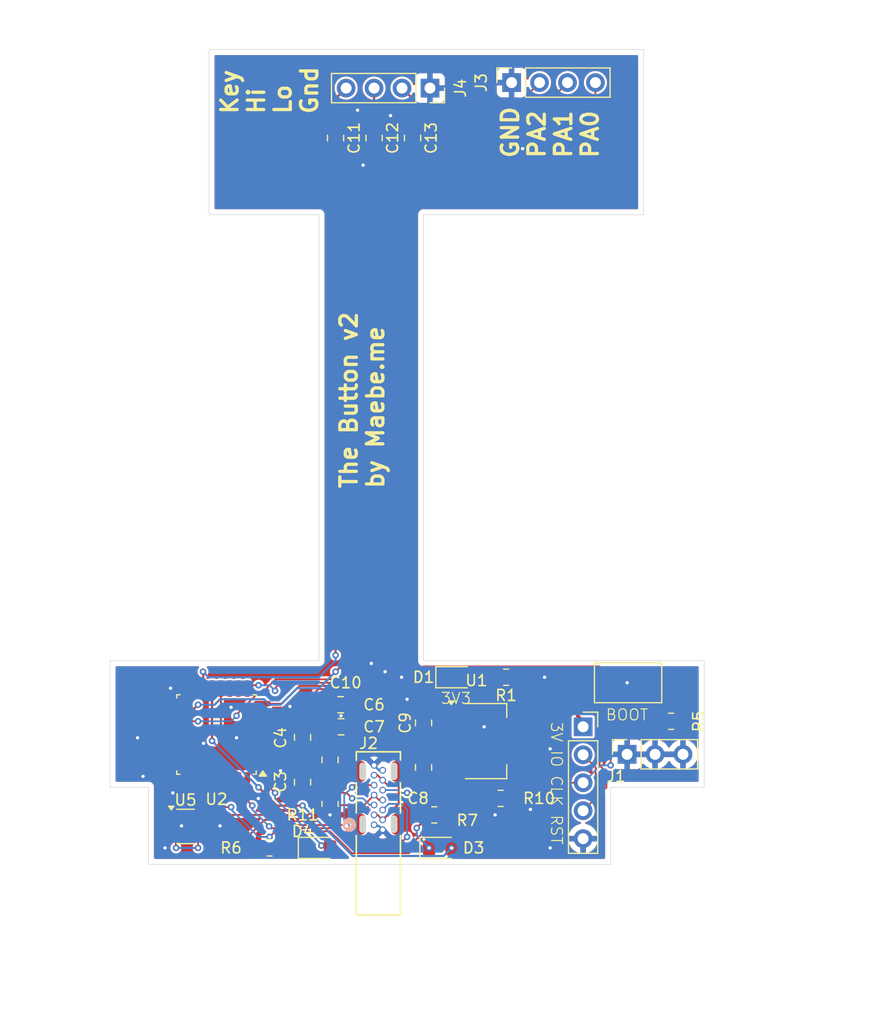
<source format=kicad_pcb>
(kicad_pcb (version 20240108) (generator "pcbnew") (generator_version "8.0")
  (layers (0 "F.Cu" signal) (31 "B.Cu" signal) (34 "B.Paste" user) (35 "F.Paste" user) (36 "B.SilkS" user "B.Silkscreen") (37 "F.SilkS" user "F.Silkscreen") (38 "B.Mask" user) (39 "F.Mask" user) (44 "Edge.Cuts" user))
  (net 0 "")
  (net 1 "VDD_3V")
  (net 2 "GND")
  (net 3 "VDDA_5V")
  (net 4 "NRST")
  (net 5 "/BTN_KEY")
  (net 6 "/BTN_HI")
  (net 7 "/BTN_LO")
  (net 8 "Net-(D1-A)")
  (net 9 "USR_LED_2")
  (net 10 "Net-(D3-K)")
  (net 11 "USR_LED_1")
  (net 12 "Net-(D4-K)")
  (net 13 "D_P")
  (net 14 "D_N")
  (net 15 "Net-(J2-CC2)")
  (net 16 "Net-(J2-CC1)")
  (net 17 "Net-(J3-Pin_3)")
  (net 18 "Net-(J3-Pin_2)")
  (net 19 "Net-(J3-Pin_4)")
  (net 20 "SWDIO")
  (net 21 "SWDCLK")
  (footprint "Resistor_SMD:R_0805_2012Metric_Pad1.20x1.40mm_HandSolder" (layer "F.Cu") (at 175.975 93.5)
    (property "Reference" "R7" (at 3 0.5 0) (layer "F.SilkS"))
    (property "Value" "5k")
    (pad "1" smd roundrect (at -1 0) (size 1.2 1.4) (layers "F.Cu" "F.Paste" "F.Mask") (roundrect_rratio 0.208333) (net 10 "Net-(D3-K)"))
    (pad "2" smd roundrect (at 1 0) (size 1.2 1.4) (layers "F.Cu" "F.Paste" "F.Mask") (roundrect_rratio 0.208333) (net 2 "GND"))
  )
  (footprint "Capacitor_SMD:C_0805_2012Metric_Pad1.18x1.45mm_HandSolder" (layer "F.Cu") (at 170.5 32.0375 -90)
    (property "Reference" "C12" (at 0 -1.68 90) (layer "F.SilkS"))
    (property "Value" "100nF")
    (pad "1" smd roundrect (at -1.0375 0 270) (size 1.175 1.45) (layers "F.Cu" "F.Paste" "F.Mask") (roundrect_rratio 0.212766) (net 6 "/BTN_HI"))
    (pad "2" smd roundrect (at 1.0375 0 270) (size 1.175 1.45) (layers "F.Cu" "F.Paste" "F.Mask") (roundrect_rratio 0.212766) (net 2 "GND"))
  )
  (footprint "Capacitor_SMD:C_0805_2012Metric_Pad1.18x1.45mm_HandSolder" (layer "F.Cu") (at 164 90.5375 -90)
    (property "Reference" "C3" (at -0.0375 2 90) (layer "F.SilkS"))
    (property "Value" "100n")
    (pad "1" smd roundrect (at -1.0375 0 270) (size 1.175 1.45) (layers "F.Cu" "F.Paste" "F.Mask") (roundrect_rratio 0.212766) (net 1 "VDD_3V"))
    (pad "2" smd roundrect (at 1.0375 0 270) (size 1.175 1.45) (layers "F.Cu" "F.Paste" "F.Mask") (roundrect_rratio 0.212766) (net 2 "GND"))
  )
  (footprint "Capacitor_SMD:C_0805_2012Metric_Pad1.18x1.45mm_HandSolder" (layer "F.Cu") (at 175 89.1875 -90)
    (property "Reference" "C8" (at 2.8125 0.5 180) (layer "F.SilkS"))
    (property "Value" "10uF")
    (pad "1" smd roundrect (at -1.0375 0 270) (size 1.175 1.45) (layers "F.Cu" "F.Paste" "F.Mask") (roundrect_rratio 0.212766) (net 3 "VDDA_5V"))
    (pad "2" smd roundrect (at 1.0375 0 270) (size 1.175 1.45) (layers "F.Cu" "F.Paste" "F.Mask") (roundrect_rratio 0.212766) (net 2 "GND"))
  )
  (footprint "LED_SMD:LED_0805_2012Metric_Pad1.15x1.40mm_HandSolder" (layer "F.Cu") (at 165.475 96.5)
    (property "Reference" "D4" (at -1.475 -1.5 0) (layer "F.SilkS"))
    (property "Value" "USR LED 1")
    (pad "1" smd roundrect (at -1.025 0) (size 1.15 1.4) (layers "F.Cu" "F.Paste" "F.Mask") (roundrect_rratio 0.217391) (net 12 "Net-(D4-K)"))
    (pad "2" smd roundrect (at 1.025 0) (size 1.15 1.4) (layers "F.Cu" "F.Paste" "F.Mask") (roundrect_rratio 0.217391) (net 11 "USR_LED_1"))
  )
  (footprint "Package_TO_SOT_SMD:SOT-223-3_TabPin2" (layer "F.Cu") (at 180.65 86.8)
    (property "Reference" "U1" (at -0.85 -5.5 0) (layer "F.SilkS"))
    (property "Value" "LD1117S33TR_SOT223")
    (pad "1" smd roundrect (at -3.15 -2.3) (size 2 1.5) (layers "F.Cu" "F.Paste" "F.Mask") (net 2 "GND"))
    (pad "2" smd roundrect (at -3.15 0) (size 2 1.5) (layers "F.Cu" "F.Paste" "F.Mask") (net 1 "VDD_3V"))
    (pad "2" smd roundrect (at 3.15 0) (size 2 3.8) (layers "F.Cu" "F.Paste" "F.Mask") (net 1 "VDD_3V"))
    (pad "3" smd roundrect (at -3.15 2.3) (size 2 1.5) (layers "F.Cu" "F.Paste" "F.Mask") (net 3 "VDDA_5V"))
  )
  (footprint "Connector_PinSocket_2.54mm:PinSocket_1x05_P2.54mm_Vertical" (layer "F.Cu") (at 189.5 85.5)
    (property "Reference" "J5" (hide yes))
    (property "Value" "Conn_01x05_Pin")
    (pad "1" thru_hole rect (at 0 0) (size 1.7 1.7) (drill 1) (layers "*.Cu" "*.Mask") (net 1 "VDD_3V"))
    (pad "2" thru_hole oval (at 0 2.54) (size 1.7 1.7) (drill 1) (layers "*.Cu" "*.Mask") (net 20 "SWDIO"))
    (pad "3" thru_hole oval (at 0 5.08) (size 1.7 1.7) (drill 1) (layers "*.Cu" "*.Mask") (net 21 "SWDCLK"))
    (pad "4" thru_hole oval (at 0 7.62) (size 1.7 1.7) (drill 1) (layers "*.Cu" "*.Mask") (net 4 "NRST"))
    (pad "5" thru_hole oval (at 0 10.16) (size 1.7 1.7) (drill 1) (layers "*.Cu" "*.Mask") (net 2 "GND"))
  )
  (footprint "Package_TO_SOT_SMD:SOT-23-6" (layer "F.Cu") (at 153.3625 94.55)
    (property "Reference" "U5" (at 0 -2.4 0) (layer "F.SilkS"))
    (property "Value" "USBLC6-2SC6")
    (pad "1" smd roundrect (at -1.1375 -0.95) (size 1.325 0.6) (layers "F.Cu" "F.Paste" "F.Mask") (net 13 "D_P"))
    (pad "2" smd roundrect (at -1.1375 0) (size 1.325 0.6) (layers "F.Cu" "F.Paste" "F.Mask") (net 2 "GND"))
    (pad "3" smd roundrect (at -1.1375 0.95) (size 1.325 0.6) (layers "F.Cu" "F.Paste" "F.Mask") (net 14 "D_N"))
    (pad "4" smd roundrect (at 1.1375 0.95) (size 1.325 0.6) (layers "F.Cu" "F.Paste" "F.Mask") (net 14 "D_N"))
    (pad "5" smd roundrect (at 1.1375 0) (size 1.325 0.6) (layers "F.Cu" "F.Paste" "F.Mask"))
    (pad "6" smd roundrect (at 1.1375 -0.95) (size 1.325 0.6) (layers "F.Cu" "F.Paste" "F.Mask") (net 13 "D_P"))
  )
  (footprint "Connector_PinSocket_2.54mm:PinSocket_1x03_P2.54mm_Vertical" (layer "F.Cu") (at 193.5 88 90)
    (property "Reference" "J1" (at -2 -1 180) (layer "F.SilkS"))
    (property "Value" "Gnd")
    (pad "1" thru_hole rect (at 0 0 90) (size 1.7 1.7) (drill 1) (layers "*.Cu" "*.Mask") (net 2 "GND"))
    (pad "2" thru_hole oval (at 0 2.54 90) (size 1.7 1.7) (drill 1) (layers "*.Cu" "*.Mask") (net 2 "GND"))
    (pad "3" thru_hole oval (at 0 5.08 90) (size 1.7 1.7) (drill 1) (layers "*.Cu" "*.Mask") (net 2 "GND"))
  )
  (footprint "Resistor_SMD:R_0805_2012Metric_Pad1.20x1.40mm_HandSolder" (layer "F.Cu") (at 182 92)
    (property "Reference" "R10" (at 3.5 0 0) (layer "F.SilkS"))
    (property "Value" "5k")
    (pad "1" smd roundrect (at -1 0) (size 1.2 1.4) (layers "F.Cu" "F.Paste" "F.Mask") (roundrect_rratio 0.208333) (net 15 "Net-(J2-CC2)"))
    (pad "2" smd roundrect (at 1 0) (size 1.2 1.4) (layers "F.Cu" "F.Paste" "F.Mask") (roundrect_rratio 0.208333) (net 2 "GND"))
  )
  (footprint "LED_SMD:LED_0805_2012Metric_Pad1.15x1.40mm_HandSolder" (layer "F.Cu") (at 177.975 81)
    (property "Reference" "D1" (at -2.975 0 0) (layer "F.SilkS"))
    (property "Value" "LED 3V")
    (pad "1" smd roundrect (at -1.025 0) (size 1.15 1.4) (layers "F.Cu" "F.Paste" "F.Mask") (roundrect_rratio 0.217391) (net 2 "GND"))
    (pad "2" smd roundrect (at 1.025 0) (size 1.15 1.4) (layers "F.Cu" "F.Paste" "F.Mask") (roundrect_rratio 0.217391) (net 8 "Net-(D1-A)"))
  )
  (footprint "Capacitor_SMD:C_0805_2012Metric_Pad1.18x1.45mm_HandSolder" (layer "F.Cu") (at 167 32.0375 -90)
    (property "Reference" "C11" (at 0 -1.68 90) (layer "F.SilkS"))
    (property "Value" "100nF")
    (pad "1" smd roundrect (at -1.0375 0 270) (size 1.175 1.45) (layers "F.Cu" "F.Paste" "F.Mask") (roundrect_rratio 0.212766) (net 5 "/BTN_KEY"))
    (pad "2" smd roundrect (at 1.0375 0 270) (size 1.175 1.45) (layers "F.Cu" "F.Paste" "F.Mask") (roundrect_rratio 0.212766) (net 2 "GND"))
  )
  (footprint "Resistor_SMD:R_0805_2012Metric_Pad1.20x1.40mm_HandSolder" (layer "F.Cu") (at 182.5 81 180)
    (property "Reference" "R1" (at 0 -1.65 0) (layer "F.SilkS"))
    (property "Value" "1K")
    (pad "1" smd roundrect (at -1 0 180) (size 1.2 1.4) (layers "F.Cu" "F.Paste" "F.Mask") (roundrect_rratio 0.208333) (net 1 "VDD_3V"))
    (pad "2" smd roundrect (at 1 0 180) (size 1.2 1.4) (layers "F.Cu" "F.Paste" "F.Mask") (roundrect_rratio 0.208333) (net 8 "Net-(D1-A)"))
  )
  (footprint "Capacitor_SMD:C_0805_2012Metric_Pad1.18x1.45mm_HandSolder" (layer "F.Cu") (at 174 32.0375 -90)
    (property "Reference" "C13" (at 0 -1.68 90) (layer "F.SilkS"))
    (property "Value" "100nF")
    (pad "1" smd roundrect (at -1.0375 0 270) (size 1.175 1.45) (layers "F.Cu" "F.Paste" "F.Mask") (roundrect_rratio 0.212766) (net 7 "/BTN_LO"))
    (pad "2" smd roundrect (at 1.0375 0 270) (size 1.175 1.45) (layers "F.Cu" "F.Paste" "F.Mask") (roundrect_rratio 0.212766) (net 2 "GND"))
  )
  (footprint "Capacitor_SMD:C_0805_2012Metric_Pad1.18x1.45mm_HandSolder" (layer "F.Cu") (at 166.5 88.5 -90)
    (property "Reference" "C6" (at -5 -4 180) (layer "F.SilkS"))
    (property "Value" "4.7uF")
    (pad "1" smd roundrect (at -1.0375 0 270) (size 1.175 1.45) (layers "F.Cu" "F.Paste" "F.Mask") (roundrect_rratio 0.212766) (net 1 "VDD_3V"))
    (pad "2" smd roundrect (at 1.0375 0 270) (size 1.175 1.45) (layers "F.Cu" "F.Paste" "F.Mask") (roundrect_rratio 0.212766) (net 2 "GND"))
  )
  (footprint "Resistor_SMD:R_0805_2012Metric_Pad1.20x1.40mm_HandSolder" (layer "F.Cu") (at 161 96.5 180)
    (property "Reference" "R6" (at 3.5 0 0) (layer "F.SilkS"))
    (property "Value" "5k")
    (pad "1" smd roundrect (at -1 0 180) (size 1.2 1.4) (layers "F.Cu" "F.Paste" "F.Mask") (roundrect_rratio 0.208333) (net 12 "Net-(D4-K)"))
    (pad "2" smd roundrect (at 1 0 180) (size 1.2 1.4) (layers "F.Cu" "F.Paste" "F.Mask") (roundrect_rratio 0.208333) (net 2 "GND"))
  )
  (footprint "Capacitor_SMD:C_0805_2012Metric_Pad1.18x1.45mm_HandSolder" (layer "F.Cu") (at 167.4625 83.5)
    (property "Reference" "C10" (at 0.4625 -2 0) (layer "F.SilkS"))
    (property "Value" "100nF")
    (pad "1" smd roundrect (at -1.0375 0) (size 1.175 1.45) (layers "F.Cu" "F.Paste" "F.Mask") (roundrect_rratio 0.212766) (net 4 "NRST"))
    (pad "2" smd roundrect (at 1.0375 0) (size 1.175 1.45) (layers "F.Cu" "F.Paste" "F.Mask") (roundrect_rratio 0.212766) (net 2 "GND"))
  )
  (footprint "Resistor_SMD:R_0805_2012Metric_Pad1.20x1.40mm_HandSolder" (layer "F.Cu") (at 166.5 92.5 -90)
    (property "Reference" "R11" (at 1 2.5 180) (layer "F.SilkS"))
    (property "Value" "5k")
    (pad "1" smd roundrect (at -1 0 270) (size 1.2 1.4) (layers "F.Cu" "F.Paste" "F.Mask") (roundrect_rratio 0.208333) (net 16 "Net-(J2-CC1)"))
    (pad "2" smd roundrect (at 1 0 270) (size 1.2 1.4) (layers "F.Cu" "F.Paste" "F.Mask") (roundrect_rratio 0.208333) (net 2 "GND"))
  )
  (footprint "Connector_PinSocket_2.54mm:PinSocket_1x04_P2.54mm_Vertical" (layer "F.Cu") (at 183 27 90)
    (property "Reference" "J3" (at 0 -2.77 90) (layer "F.SilkS"))
    (property "Value" "Extra Pins")
    (pad "1" thru_hole rect (at 0 0 90) (size 1.7 1.7) (drill 1) (layers "*.Cu" "*.Mask") (net 2 "GND"))
    (pad "2" thru_hole oval (at 0 2.54 90) (size 1.7 1.7) (drill 1) (layers "*.Cu" "*.Mask") (net 18 "Net-(J3-Pin_2)"))
    (pad "3" thru_hole oval (at 0 5.08 90) (size 1.7 1.7) (drill 1) (layers "*.Cu" "*.Mask") (net 17 "Net-(J3-Pin_3)"))
    (pad "4" thru_hole oval (at 0 7.62 90) (size 1.7 1.7) (drill 1) (layers "*.Cu" "*.Mask") (net 19 "Net-(J3-Pin_4)"))
  )
  (footprint "LED_SMD:LED_0805_2012Metric_Pad1.15x1.40mm_HandSolder" (layer "F.Cu") (at 176.525 96.5)
    (property "Reference" "D3" (at 3.025 0 0) (layer "F.SilkS"))
    (property "Value" "USR LED 2")
    (pad "1" smd roundrect (at -1.025 0) (size 1.15 1.4) (layers "F.Cu" "F.Paste" "F.Mask") (roundrect_rratio 0.217391) (net 10 "Net-(D3-K)"))
    (pad "2" smd roundrect (at 1.025 0) (size 1.15 1.4) (layers "F.Cu" "F.Paste" "F.Mask") (roundrect_rratio 0.217391) (net 9 "USR_LED_2"))
  )
  (footprint "Resistor_SMD:R_0805_2012Metric_Pad1.20x1.40mm_HandSolder" (layer "F.Cu") (at 197.5 85)
    (property "Reference" "R5" (at 2.5 0 90) (layer "F.SilkS"))
    (property "Value" "5k")
    (pad "1" smd roundrect (at -1 0) (size 1.2 1.4) (layers "F.Cu" "F.Paste" "F.Mask") (roundrect_rratio 0.208333) (net 21 "SWDCLK"))
    (pad "2" smd roundrect (at 1 0) (size 1.2 1.4) (layers "F.Cu" "F.Paste" "F.Mask") (roundrect_rratio 0.208333) (net 2 "GND"))
  )
  (footprint "USB:216989-0001_MOL" (layer "F.Cu") (at 170.5 94.399999)
    (property "Reference" "J2" (at -0.5 -7.399999 0) (layer "F.SilkS"))
    (property "Value" "2169890001")
    (fp_line (start -1.04 -4.3547) (end -1.04 -5.3453) (stroke (width 0.6096)) (layer "Edge.Cuts"))
    (fp_line (start -1.04 0.4453) (end -1.04 -0.5453) (stroke (width 0.6096)) (layer "Edge.Cuts"))
    (fp_line (start 1.82 -4.354701) (end 1.82 -5.345301) (stroke (width 0.6096)) (layer "Edge.Cuts"))
    (fp_line (start 1.82 0.4453) (end 1.82 -0.5453) (stroke (width 0.6096)) (layer "Edge.Cuts"))
    (pad "15" smd oval (at -1.2 -4.850001) (size 0.889 1.905) (layers "F.Cu" "F.Paste" "F.Mask"))
    (pad "16" smd oval (at 2 -4.850001) (size 0.889 1.905) (layers "F.Cu" "F.Paste" "F.Mask"))
    (pad "17" smd oval (at -1.2 -0.05) (size 0.889 1.905) (layers "F.Cu" "F.Paste" "F.Mask"))
    (pad "18" smd oval (at 2 -0.05) (size 0.889 1.905) (layers "F.Cu" "F.Paste" "F.Mask"))
    (pad "A1" thru_hole circle (at 0 0) (size 0.6096 0.6096) (drill 0.4064) (layers "*.Cu" "*.Mask") (net 2 "GND"))
    (pad "A4" thru_hole circle (at 0 -0.900001) (size 0.6096 0.6096) (drill 0.4064) (layers "*.Cu" "*.Mask") (net 3 "VDDA_5V"))
    (pad "A5" thru_hole circle (at 0 -1.799999) (size 0.6096 0.6096) (drill 0.4064) (layers "*.Cu" "*.Mask") (net 16 "Net-(J2-CC1)"))
    (pad "A6" thru_hole circle (at 0 -2.7) (size 0.6096 0.6096) (drill 0.4064) (layers "*.Cu" "*.Mask") (net 13 "D_P"))
    (pad "A7" thru_hole circle (at 0 -3.6) (size 0.6096 0.6096) (drill 0.4064) (layers "*.Cu" "*.Mask") (net 14 "D_N"))
    (pad "A9" thru_hole circle (at 0 -4.499999) (size 0.6096 0.6096) (drill 0.4064) (layers "*.Cu" "*.Mask") (net 3 "VDDA_5V"))
    (pad "A12" thru_hole circle (at 0 -5.399999) (size 0.6096 0.6096) (drill 0.4064) (layers "*.Cu" "*.Mask") (net 2 "GND"))
    (pad "B1" thru_hole circle (at 0.780001 -4.949999) (size 0.6096 0.6096) (drill 0.4064) (layers "*.Cu" "*.Mask") (net 2 "GND"))
    (pad "B4" thru_hole circle (at 0.780001 -4.049999) (size 0.6096 0.6096) (drill 0.4064) (layers "*.Cu" "*.Mask") (net 3 "VDDA_5V"))
    (pad "B5" thru_hole circle (at 0.780001 -3.15) (size 0.6096 0.6096) (drill 0.4064) (layers "*.Cu" "*.Mask") (net 15 "Net-(J2-CC2)"))
    (pad "B6" thru_hole circle (at 0.780001 -2.25) (size 0.6096 0.6096) (drill 0.4064) (layers "*.Cu" "*.Mask") (net 13 "D_P"))
    (pad "B7" thru_hole circle (at 0.780001 -1.349999) (size 0.6096 0.6096) (drill 0.4064) (layers "*.Cu" "*.Mask") (net 14 "D_N"))
    (pad "B9" thru_hole circle (at 0.780001 -0.450001) (size 0.6096 0.6096) (drill 0.4064) (layers "*.Cu" "*.Mask") (net 3 "VDDA_5V"))
    (pad "B12" thru_hole circle (at 0.780001 0.45) (size 0.6096 0.6096) (drill 0.4064) (layers "*.Cu" "*.Mask") (net 2 "GND"))
  )
  (footprint "Button_Switch_SMD:SW_SPST_FSMSM" (layer "F.Cu") (at 193.59 81.5 180)
    (property "Reference" "SW8" (hide yes))
    (property "Value" "SW_SPST BOOT")
    (pad "1" smd rect (at -4.59 0 180) (size 2.18 1.6) (layers "F.Cu" "F.Paste" "F.Mask") (net 21 "SWDCLK"))
    (pad "2" smd rect (at 4.59 0 180) (size 2.18 1.6) (layers "F.Cu" "F.Paste" "F.Mask") (net 1 "VDD_3V"))
  )
  (footprint "Capacitor_SMD:C_0805_2012Metric_Pad1.18x1.45mm_HandSolder" (layer "F.Cu") (at 175 85.15 90)
    (property "Reference" "C9" (at 0 -1.68 90) (layer "F.SilkS"))
    (property "Value" "10uF")
    (pad "1" smd roundrect (at -1.0375 0 90) (size 1.175 1.45) (layers "F.Cu" "F.Paste" "F.Mask") (roundrect_rratio 0.212766) (net 1 "VDD_3V"))
    (pad "2" smd roundrect (at 1.0375 0 90) (size 1.175 1.45) (layers "F.Cu" "F.Paste" "F.Mask") (roundrect_rratio 0.212766) (net 2 "GND"))
  )
  (footprint "Capacitor_SMD:C_0805_2012Metric_Pad1.18x1.45mm_HandSolder" (layer "F.Cu") (at 167.5 85.5)
    (property "Reference" "C7" (at 3 0 0) (layer "F.SilkS"))
    (property "Value" "4.7Uf")
    (pad "1" smd roundrect (at -1.0375 0) (size 1.175 1.45) (layers "F.Cu" "F.Paste" "F.Mask") (roundrect_rratio 0.212766) (net 1 "VDD_3V"))
    (pad "2" smd roundrect (at 1.0375 0) (size 1.175 1.45) (layers "F.Cu" "F.Paste" "F.Mask") (roundrect_rratio 0.212766) (net 2 "GND"))
  )
  (footprint "Capacitor_SMD:C_0805_2012Metric_Pad1.18x1.45mm_HandSolder" (layer "F.Cu") (at 164 86.4625 90)
    (property "Reference" "C4" (at -0.0375 -2 90) (layer "F.SilkS"))
    (property "Value" "100n")
    (pad "1" smd roundrect (at -1.0375 0 90) (size 1.175 1.45) (layers "F.Cu" "F.Paste" "F.Mask") (roundrect_rratio 0.212766) (net 1 "VDD_3V"))
    (pad "2" smd roundrect (at 1.0375 0 90) (size 1.175 1.45) (layers "F.Cu" "F.Paste" "F.Mask") (roundrect_rratio 0.212766) (net 2 "GND"))
  )
  (footprint "Package_QFP:LQFP-32_7x7mm_P0.8mm" (layer "F.Cu") (at 156.175 86.2 180)
    (property "Reference" "U2" (at 0 -5.88 0) (layer "F.SilkS"))
    (property "Value" "STM32C071KBTx")
    (pad "1" smd roundrect (at -4.175 -2.8 180) (size 1.5 0.5) (layers "F.Cu" "F.Paste" "F.Mask"))
    (pad "2" smd roundrect (at -4.175 -2 180) (size 1.5 0.5) (layers "F.Cu" "F.Paste" "F.Mask"))
    (pad "3" smd roundrect (at -4.175 -1.2 180) (size 1.5 0.5) (layers "F.Cu" "F.Paste" "F.Mask"))
    (pad "4" smd roundrect (at -4.175 -0.4 180) (size 1.5 0.5) (layers "F.Cu" "F.Paste" "F.Mask") (net 1 "VDD_3V"))
    (pad "5" smd roundrect (at -4.175 0.4 180) (size 1.5 0.5) (layers "F.Cu" "F.Paste" "F.Mask") (net 2 "GND"))
    (pad "6" smd roundrect (at -4.175 1.2 180) (size 1.5 0.5) (layers "F.Cu" "F.Paste" "F.Mask") (net 4 "NRST"))
    (pad "7" smd roundrect (at -4.175 2 180) (size 1.5 0.5) (layers "F.Cu" "F.Paste" "F.Mask") (net 19 "Net-(J3-Pin_4)"))
    (pad "8" smd roundrect (at -4.175 2.8 180) (size 1.5 0.5) (layers "F.Cu" "F.Paste" "F.Mask") (net 17 "Net-(J3-Pin_3)"))
    (pad "9" smd roundrect (at -2.8 4.175 180) (size 0.5 1.5) (layers "F.Cu" "F.Paste" "F.Mask") (net 18 "Net-(J3-Pin_2)"))
    (pad "10" smd roundrect (at -2 4.175 180) (size 0.5 1.5) (layers "F.Cu" "F.Paste" "F.Mask"))
    (pad "11" smd roundrect (at -1.2 4.175 180) (size 0.5 1.5) (layers "F.Cu" "F.Paste" "F.Mask"))
    (pad "12" smd roundrect (at -0.4 4.175 180) (size 0.5 1.5) (layers "F.Cu" "F.Paste" "F.Mask") (net 11 "USR_LED_1"))
    (pad "13" smd roundrect (at 0.4 4.175 180) (size 0.5 1.5) (layers "F.Cu" "F.Paste" "F.Mask") (net 9 "USR_LED_2"))
    (pad "14" smd roundrect (at 1.2 4.175 180) (size 0.5 1.5) (layers "F.Cu" "F.Paste" "F.Mask") (net 5 "/BTN_KEY"))
    (pad "15" smd roundrect (at 2 4.175 180) (size 0.5 1.5) (layers "F.Cu" "F.Paste" "F.Mask"))
    (pad "16" smd roundrect (at 2.8 4.175 180) (size 0.5 1.5) (layers "F.Cu" "F.Paste" "F.Mask"))
    (pad "17" smd roundrect (at 4.175 2.8 180) (size 1.5 0.5) (layers "F.Cu" "F.Paste" "F.Mask"))
    (pad "18" smd roundrect (at 4.175 2 180) (size 1.5 0.5) (layers "F.Cu" "F.Paste" "F.Mask") (net 6 "/BTN_HI"))
    (pad "19" smd roundrect (at 4.175 1.2 180) (size 1.5 0.5) (layers "F.Cu" "F.Paste" "F.Mask") (net 7 "/BTN_LO"))
    (pad "20" smd roundrect (at 4.175 0.4 180) (size 1.5 0.5) (layers "F.Cu" "F.Paste" "F.Mask"))
    (pad "21" smd roundrect (at 4.175 -0.4 180) (size 1.5 0.5) (layers "F.Cu" "F.Paste" "F.Mask"))
    (pad "22" smd roundrect (at 4.175 -1.2 180) (size 1.5 0.5) (layers "F.Cu" "F.Paste" "F.Mask") (net 14 "D_N"))
    (pad "23" smd roundrect (at 4.175 -2 180) (size 1.5 0.5) (layers "F.Cu" "F.Paste" "F.Mask") (net 13 "D_P"))
    (pad "24" smd roundrect (at 4.175 -2.8 180) (size 1.5 0.5) (layers "F.Cu" "F.Paste" "F.Mask") (net 20 "SWDIO"))
    (pad "25" smd roundrect (at 2.8 -4.175 180) (size 0.5 1.5) (layers "F.Cu" "F.Paste" "F.Mask") (net 21 "SWDCLK"))
    (pad "26" smd roundrect (at 2 -4.175 180) (size 0.5 1.5) (layers "F.Cu" "F.Paste" "F.Mask"))
    (pad "27" smd roundrect (at 1.2 -4.175 180) (size 0.5 1.5) (layers "F.Cu" "F.Paste" "F.Mask"))
    (pad "28" smd roundrect (at 0.4 -4.175 180) (size 0.5 1.5) (layers "F.Cu" "F.Paste" "F.Mask"))
    (pad "29" smd roundrect (at -0.4 -4.175 180) (size 0.5 1.5) (layers "F.Cu" "F.Paste" "F.Mask"))
    (pad "30" smd roundrect (at -1.2 -4.175 180) (size 0.5 1.5) (layers "F.Cu" "F.Paste" "F.Mask"))
    (pad "31" smd roundrect (at -2 -4.175 180) (size 0.5 1.5) (layers "F.Cu" "F.Paste" "F.Mask"))
    (pad "32" smd roundrect (at -2.8 -4.175 180) (size 0.5 1.5) (layers "F.Cu" "F.Paste" "F.Mask"))
  )
  (footprint "Connector_PinSocket_2.54mm:PinSocket_1x04_P2.54mm_Vertical" (layer "F.Cu") (at 175.58 27.5 -90)
    (property "Reference" "J4" (at 0 -2.77 90) (layer "F.SilkS"))
    (property "Value" "Buttons")
    (pad "1" thru_hole rect (at 0 0 270) (size 1.7 1.7) (drill 1) (layers "*.Cu" "*.Mask") (net 2 "GND"))
    (pad "2" thru_hole oval (at 0 2.54 270) (size 1.7 1.7) (drill 1) (layers "*.Cu" "*.Mask") (net 7 "/BTN_LO"))
    (pad "3" thru_hole oval (at 0 5.08 270) (size 1.7 1.7) (drill 1) (layers "*.Cu" "*.Mask") (net 6 "/BTN_HI"))
    (pad "4" thru_hole oval (at 0 7.62 270) (size 1.7 1.7) (drill 1) (layers "*.Cu" "*.Mask") (net 5 "/BTN_KEY"))
  )
  (gr_line (start 155.5 24) (end 195 24) (stroke (width 0.05)) (layer "Edge.Cuts"))
  (gr_line (start 150 91) (end 146.5 91) (stroke (width 0.05)) (layer "Edge.Cuts"))
  (gr_line (start 200.5 79.5) (end 175 79.5) (stroke (width 0.05)) (layer "Edge.Cuts"))
  (gr_line (start 195 39) (end 195 24) (stroke (width 0.05)) (layer "Edge.Cuts"))
  (gr_line (start 146.5 79.5) (end 165.5 79.5) (stroke (width 0.05)) (layer "Edge.Cuts"))
  (gr_line (start 200.5 91) (end 200.5 79.5) (stroke (width 0.05)) (layer "Edge.Cuts"))
  (gr_line (start 192 91) (end 200.5 91) (stroke (width 0.05)) (layer "Edge.Cuts"))
  (gr_line (start 175 39) (end 195 39) (stroke (width 0.05)) (layer "Edge.Cuts"))
  (gr_line (start 192 98) (end 192 91) (stroke (width 0.05)) (layer "Edge.Cuts"))
  (gr_line (start 146.5 91) (end 146.5 79.5) (stroke (width 0.05)) (layer "Edge.Cuts"))
  (gr_line (start 150 98) (end 150 91) (stroke (width 0.05)) (layer "Edge.Cuts"))
  (gr_line (start 165.5 39) (end 155.5 39) (stroke (width 0.05)) (layer "Edge.Cuts"))
  (gr_line (start 155.5 39) (end 155.5 24) (stroke (width 0.05)) (layer "Edge.Cuts"))
  (gr_line (start 192 98) (end 150 98) (stroke (width 0.05)) (layer "Edge.Cuts"))
  (gr_line (start 175 79.5) (end 175 39) (stroke (width 0.05)) (layer "Edge.Cuts"))
  (gr_line (start 165.5 79.5) (end 165.5 39) (stroke (width 0.05)) (layer "Edge.Cuts"))
  (gr_text "3V IO CLK RST\n" (at 186.5 85 -90) (layer "F.SilkS") (effects (font (size 1 1) (thickness 0.1)) (justify left bottom)))
  (gr_text "3V3\n" (at 176.5 83.5 0) (layer "F.SilkS") (effects (font (size 1 1) (thickness 0.1)) (justify left bottom)))
  (gr_text "GND\nPA2\nPA1\nPA0" (at 191 34 90) (layer "F.SilkS") (effects (font (size 1.5 1.5) (thickness 0.3) (bold yes)) (justify left bottom)))
  (gr_text "BOOT\n" (at 191.5 85 0) (layer "F.SilkS") (effects (font (size 1 1) (thickness 0.1)) (justify left bottom)))
  (gr_text "Key\nHi\nLo\nGnd" (at 165.5 30 90) (layer "F.SilkS") (effects (font (size 1.5 1.5) (thickness 0.3) (bold yes)) (justify left bottom)))
  (gr_text "The Button v2\nby Maebe.me" (at 171.5 64 90) (layer "F.SilkS") (effects (font (size 1.5 1.5) (thickness 0.3) (bold yes)) (justify left bottom)))
  (segment (start 166.5 87.4625) (end 166.5 85.5375) (width 0.2) (layer "F.Cu") (net 1))
  (segment (start 166.4625 87.5) (end 166.5 87.4625) (width 0.2) (layer "F.Cu") (net 1))
  (segment (start 161.6 86.6) (end 162.5 87.5) (width 0.2) (layer "F.Cu") (net 1))
  (segment (start 183.5 81) (end 184 81) (width 0.3) (layer "F.Cu") (net 1))
  (segment (start 172.2375 86.6875) (end 172.3125 86.6875) (width 0.3) (layer "F.Cu") (net 1))
  (segment (start 175 86.1875) (end 175.6875 86.1875) (width 0.3) (layer "F.Cu") (net 1))
  (segment (start 162.5 87.5) (end 164 87.5) (width 0.2) (layer "F.Cu") (net 1))
  (segment (start 172.8125 86.1875) (end 175 86.1875) (width 0.3) (layer "F.Cu") (net 1))
  (segment (start 189.5 85) (end 189 84.5) (width 0.3) (layer "F.Cu") (net 1))
  (segment (start 172.3125 86.6875) (end 172.8125 86.1875) (width 0.3) (layer "F.Cu") (net 1))
  (segment (start 177.5 87.3) (end 183.8 87.3) (width 0.3) (layer "F.Cu") (net 1))
  (segment (start 164 87.5) (end 164 89.5) (width 0.2) (layer "F.Cu") (net 1))
  (segment (start 188.5 82) (end 189 81.5) (width 0.3) (layer "F.Cu") (net 1))
  (segment (start 160.35 86.6) (end 161.6 86.6) (width 0.2) (layer "F.Cu") (net 1))
  (segment (start 164 87.5) (end 166.4625 87.5) (width 0.2) (layer "F.Cu") (net 1))
  (segment (start 185 82) (end 188.5 82) (width 0.3) (layer "F.Cu") (net 1))
  (segment (start 183.8 84.3) (end 183.5 84) (width 0.3) (layer "F.Cu") (net 1))
  (segment (start 176.3 86.8) (end 177.5 86.8) (width 0.3) (layer "F.Cu") (net 1))
  (segment (start 183.8 87.3) (end 183.8 84.3) (width 0.3) (layer "F.Cu") (net 1))
  (segment (start 189.5 85.5) (end 189.5 85) (width 0.3) (layer "F.Cu") (net 1))
  (segment (start 183.5 84) (end 183.5 81) (width 0.3) (layer "F.Cu") (net 1))
  (segment (start 171.4625 87.4625) (end 172.2375 86.6875) (width 0.3) (layer "F.Cu") (net 1))
  (segment (start 184 81) (end 185 82) (width 0.3) (layer "F.Cu") (net 1))
  (segment (start 175.6875 86.1875) (end 176.3 86.8) (width 0.3) (layer "F.Cu") (net 1))
  (segment (start 166.5 87.4625) (end 171.4625 87.4625) (width 0.3) (layer "F.Cu") (net 1))
  (segment (start 189 84.5) (end 189 81.5) (width 0.3) (layer "F.Cu") (net 1))
  (via (at 171.5 80.5) (size 0.6) (drill 0.3) (layers "F.Cu" "B.Cu") (net 2))
  (via (at 162 89.5) (size 0.6) (drill 0.3) (layers "F.Cu" "B.Cu") (net 2))
  (via (at 172 30) (size 0.6) (drill 0.3) (layers "F.Cu" "B.Cu") (net 2))
  (via (at 189.5 30) (size 0.6) (drill 0.3) (layers "F.Cu" "B.Cu") (net 2))
  (via (at 186.5 96.5) (size 0.6) (drill 0.3) (layers "F.Cu" "B.Cu") (net 2))
  (via (at 180.5 85.5) (size 0.6) (drill 0.3) (layers "F.Cu" "B.Cu") (net 2))
  (via (at 184.71 93) (size 0.6) (drill 0.3) (layers "F.Cu" "B.Cu") (net 2))
  (via (at 170.247954 79.747954) (size 0.6) (drill 0.3) (layers "F.Cu" "B.Cu") (net 2))
  (via (at 173 81) (size 0.6) (drill 0.3) (layers "F.Cu" "B.Cu") (net 2))
  (via (at 162.853575 83.65461) (size 0.6) (drill 0.3) (layers "F.Cu" "B.Cu") (net 2))
  (via (at 186.5 87.5) (size 0.6) (drill 0.3) (layers "F.Cu" "B.Cu") (net 2))
  (via (at 153 94.5) (size 0.6) (drill 0.3) (layers "F.Cu" "B.Cu") (net 2))
  (via (at 184 33) (size 0.6) (drill 0.3) (layers "F.Cu" "B.Cu") (net 2))
  (via (at 166.5 93.5) (size 0.6) (drill 0.3) (layers "F.Cu" "B.Cu") (net 2))
  (via (at 159.977283 92.009659) (size 0.6) (drill 0.3) (layers "F.Cu" "B.Cu") (net 2))
  (via (at 149 86.5) (size 0.6) (drill 0.3) (layers "F.Cu" "B.Cu") (net 2))
  (via (at 158 86.5) (size 0.6) (drill 0.3) (layers "F.Cu" "B.Cu") (net 2))
  (via (at 173.5 83) (size 0.6) (drill 0.3) (layers "F.Cu" "B.Cu") (net 2))
  (via (at 155 87) (size 0.6) (drill 0.3) (layers "F.Cu" "B.Cu") (net 2))
  (via (at 157.5 83.73) (size 0.6) (drill 0.3) (layers "F.Cu" "B.Cu") (net 2))
  (via (at 181.5 93.5) (size 0.6) (drill 0.3) (layers "F.Cu" "B.Cu") (net 2))
  (via (at 149.5 90) (size 0.6) (drill 0.3) (layers "F.Cu" "B.Cu") (net 2))
  (via (at 193.5 81.5) (size 0.6) (drill 0.3) (layers "F.Cu" "B.Cu") (net 2))
  (via (at 151.5 96.5) (size 0.6) (drill 0.3) (layers "F.Cu" "B.Cu") (net 2))
  (via (at 152.21 91.502046) (size 0.6) (drill 0.3) (layers "F.Cu" "B.Cu") (net 2))
  (via (at 156.5 94.5) (size 0.6) (drill 0.3) (layers "F.Cu" "B.Cu") (net 2))
  (via (at 169.5 34.5) (size 0.6) (drill 0.3) (layers "F.Cu" "B.Cu") (net 2))
  (via (at 167.5 84.5) (size 0.6) (drill 0.3) (layers "F.Cu" "B.Cu") (net 2))
  (via (at 152 82) (size 0.6) (drill 0.3) (layers "F.Cu" "B.Cu") (net 2))
  (via (at 186 81) (size 0.6) (drill 0.3) (layers "F.Cu" "B.Cu") (net 2))
  (via (at 169 29.5) (size 0.6) (drill 0.3) (layers "F.Cu" "B.Cu") (net 2))
  (segment (start 170.5 94.5) (end 170.930002 94.5) (width 0.2) (layer "B.Cu") (net 2))
  (segment (start 170.930002 94.5) (end 171.280001 94.849999) (width 0.2) (layer "B.Cu") (net 2))
  (segment (start 170.95 89.45) (end 170.5 89) (width 0.2) (layer "B.Cu") (net 2))
  (segment (start 171.280001 89.45) (end 170.95 89.45) (width 0.2) (layer "B.Cu") (net 2))
  (segment (start 170.5 94.399999) (end 170.5 94.5) (width 0.2) (layer "B.Cu") (net 2))
  (segment (start 170.830001 89.9) (end 171.280001 90.35) (width 0.16) (layer "F.Cu") (net 3))
  (segment (start 170.5 93.499998) (end 170.830001 93.499998) (width 0.16) (layer "F.Cu") (net 3))
  (segment (start 175 88.65) (end 174.932596 88.65) (width 0.16) (layer "F.Cu") (net 3))
  (segment (start 171.712499 90.782498) (end 171.280001 90.35) (width 0.16) (layer "F.Cu") (net 3))
  (segment (start 177.5 89.6) (end 177.1 89.6) (width 0.3) (layer "F.Cu") (net 3))
  (segment (start 175.95 89.1) (end 175 88.15) (width 0.3) (layer "F.Cu") (net 3))
  (segment (start 175 88.61088) (end 172.828382 90.782498) (width 0.16) (layer "F.Cu") (net 3))
  (segment (start 171.280001 93.949998) (end 172.800098 92.429901) (width 0.2) (layer "F.Cu") (net 3))
  (segment (start 170.5 89.9) (end 170.830001 89.9) (width 0.16) (layer "F.Cu") (net 3))
  (segment (start 172.800098 90.782498) (end 171.712499 90.782498) (width 0.16) (layer "F.Cu") (net 3))
  (segment (start 175 88.15) (end 175 88.61088) (width 0.2) (layer "F.Cu") (net 3))
  (segment (start 172.828382 90.782498) (end 172.800098 90.782498) (width 0.2) (layer "F.Cu") (net 3))
  (segment (start 170.830001 93.499998) (end 171.280001 93.949998) (width 0.16) (layer "F.Cu") (net 3))
  (segment (start 172.800098 92.429901) (end 172.800098 90.782498) (width 0.3) (layer "F.Cu") (net 3))
  (segment (start 177.5 89.1) (end 175.95 89.1) (width 0.3) (layer "F.Cu") (net 3))
  (segment (start 166.425 83.5) (end 167.564 82.361) (width 0.16) (layer "F.Cu") (net 4))
  (segment (start 174.98 80.02) (end 191 80.02) (width 0.16) (layer "F.Cu") (net 4))
  (segment (start 191 80.02) (end 191 89.004092) (width 0.16) (layer "F.Cu") (net 4))
  (segment (start 162.85604 85) (end 163.29854 84.5575) (width 0.16) (layer "F.Cu") (net 4))
  (segment (start 191 89.004092) (end 191.62 89.624092) (width 0.16) (layer "F.Cu") (net 4))
  (segment (start 191.62 91) (end 189.5 93.12) (width 0.16) (layer "F.Cu") (net 4))
  (segment (start 165.3675 84.5575) (end 166.425 83.5) (width 0.16) (layer "F.Cu") (net 4))
  (segment (start 167.564 82.361) (end 172.639 82.361) (width 0.16) (layer "F.Cu") (net 4))
  (segment (start 160.35 85) (end 162.85604 85) (width 0.16) (layer "F.Cu") (net 4))
  (segment (start 172.639 82.361) (end 174.98 80.02) (width 0.16) (layer "F.Cu") (net 4))
  (segment (start 191.62 89.624092) (end 191.62 91) (width 0.16) (layer "F.Cu") (net 4))
  (segment (start 163.29854 84.5575) (end 165.3675 84.5575) (width 0.16) (layer "F.Cu") (net 4))
  (segment (start 167 31) (end 165.5 32.5) (width 0.2) (layer "F.Cu") (net 5))
  (segment (start 154.975 80.524543) (end 154.950457 80.5) (width 0.2) (layer "F.Cu") (net 5))
  (segment (start 167 28.46) (end 167.96 27.5) (width 0.2) (layer "F.Cu") (net 5))
  (segment (start 166 38) (end 167 39) (width 0.2) (layer "F.Cu") (net 5))
  (segment (start 165.5 32.5) (end 165.5 34.5) (width 0.2) (layer "F.Cu") (net 5))
  (segment (start 166 35) (end 166 38) (width 0.2) (layer "F.Cu") (net 5))
  (segment (start 167 31) (end 167 28.46) (width 0.2) (layer "F.Cu") (net 5))
  (segment (start 167 39) (end 167 79) (width 0.2) (layer "F.Cu") (net 5))
  (segment (start 154.975 82.025) (end 154.975 80.524543) (width 0.2) (layer "F.Cu") (net 5))
  (segment (start 165.5 34.5) (end 166 35) (width 0.2) (layer "F.Cu") (net 5))
  (via (at 154.950457 80.5) (size 0.6) (drill 0.3) (layers "F.Cu" "B.Cu") (net 5))
  (via (at 167 79) (size 0.6) (drill 0.3) (layers "F.Cu" "B.Cu") (net 5))
  (segment (start 165.5 81) (end 155.450457 81) (width 0.2) (layer "B.Cu") (net 5))
  (segment (start 155.450457 81) (end 154.950457 80.5) (width 0.2) (layer "B.Cu") (net 5))
  (segment (start 167 79.5) (end 165.5 81) (width 0.2) (layer "B.Cu") (net 5))
  (segment (start 167 79) (end 167 79.5) (width 0.2) (layer "B.Cu") (net 5))
  (segment (start 168 39.5) (end 168 79.5) (width 0.2) (layer "F.Cu") (net 6))
  (segment (start 168.5 39) (end 168 39.5) (width 0.2) (layer "F.Cu") (net 6))
  (segment (start 168.5 33) (end 168.5 39) (width 0.2) (layer "F.Cu") (net 6))
  (segment (start 153.8 84.2) (end 154.5 83.5) (width 0.2) (layer "F.Cu") (net 6))
  (segment (start 152 84.2) (end 153.8 84.2) (width 0.2) (layer "F.Cu") (net 6))
  (segment (start 170.5 31) (end 168.5 33) (width 0.2) (layer "F.Cu") (net 6))
  (segment (start 168 79.5) (end 167 80.5) (width 0.2) (layer "F.Cu") (net 6))
  (segment (start 170.5 27.5) (end 170.5 31) (width 0.2) (layer "F.Cu") (net 6))
  (via (at 154.5 83.5) (size 0.6) (drill 0.3) (layers "F.Cu" "B.Cu") (net 6))
  (via (at 167 80.5) (size 0.6) (drill 0.3) (layers "F.Cu" "B.Cu") (net 6))
  (segment (start 154.5 83.5) (end 156 83.5) (width 0.2) (layer "B.Cu") (net 6))
  (segment (start 162 83.5) (end 163.5 82) (width 0.2) (layer "B.Cu") (net 6))
  (segment (start 165.5 82) (end 167 80.5) (width 0.2) (layer "B.Cu") (net 6))
  (segment (start 163.5 82) (end 165.5 82) (width 0.2) (layer "B.Cu") (net 6))
  (segment (start 161 83.5) (end 162 83.5) (width 0.2) (layer "B.Cu") (net 6))
  (segment (start 160.5 83) (end 161 83.5) (width 0.2) (layer "B.Cu") (net 6))
  (segment (start 156 83.5) (end 156.5 83) (width 0.2) (layer "B.Cu") (net 6))
  (segment (start 156.5 83) (end 160.5 83) (width 0.2) (layer "B.Cu") (net 6))
  (segment (start 152 85) (end 154.5 85) (width 0.16) (layer "F.Cu") (net 7))
  (segment (start 167.307 81.193) (end 169.5 79) (width 0.2) (layer "F.Cu") (net 7))
  (segment (start 173.04 27.5) (end 174 28.46) (width 0.2) (layer "F.Cu") (net 7))
  (segment (start 161.541092 81.193) (end 167.307 81.193) (width 0.16) (layer "F.Cu") (net 7))
  (segment (start 160.294092 82.44) (end 161.541092 81.193) (width 0.16) (layer "F.Cu") (net 7))
  (segment (start 174 31.172244) (end 174 31) (width 0.2) (layer "F.Cu") (net 7))
  (segment (start 174 28.46) (end 174 31) (width 0.2) (layer "F.Cu") (net 7))
  (segment (start 158 84.395494) (end 159.955494 82.44) (width 0.16) (layer "F.Cu") (net 7))
  (segment (start 158 84.5) (end 158 84.395494) (width 0.2) (layer "F.Cu") (net 7))
  (segment (start 159.955494 82.44) (end 160.294092 82.44) (width 0.16) (layer "F.Cu") (net 7))
  (segment (start 169.5 79) (end 169.5 35.672244) (width 0.2) (layer "F.Cu") (net 7))
  (segment (start 169.5 35.672244) (end 174 31.172244) (width 0.2) (layer "F.Cu") (net 7))
  (via (at 158 84.5) (size 0.6) (drill 0.3) (layers "F.Cu" "B.Cu") (net 7))
  (via (at 154.5 85) (size 0.6) (drill 0.3) (layers "F.Cu" "B.Cu") (net 7))
  (segment (start 157.5 85) (end 158 84.5) (width 0.16) (layer "B.Cu") (net 7))
  (segment (start 154.5 85) (end 157.5 85) (width 0.16) (layer "B.Cu") (net 7))
  (segment (start 179 81) (end 181.5 81) (width 0.16) (layer "F.Cu") (net 8))
  (segment (start 156 87) (end 155.775 86.775) (width 0.2) (layer "F.Cu") (net 9))
  (segment (start 155.775 82.025) (end 155.775 86.775) (width 0.2) (layer "F.Cu") (net 9))
  (segment (start 161.6625 92.6625) (end 160 91) (width 0.2) (layer "F.Cu") (net 9))
  (segment (start 164 92.6625) (end 161.6625 92.6625) (width 0.2) (layer "F.Cu") (net 9))
  (via (at 160 91) (size 0.6) (drill 0.3) (layers "F.Cu" "B.Cu") (net 9))
  (via (at 164 92.6625) (size 0.6) (drill 0.3) (layers "F.Cu" "B.Cu") (net 9))
  (via (at 155.775 86.775) (size 0.6) (drill 0.3) (layers "F.Cu" "B.Cu") (net 9))
  (via (at 177.55 96.500002) (size 0.6) (drill 0.3) (layers "F.Cu" "B.Cu") (net 9))
  (segment (start 164 92.6625) (end 168.5675 97.23) (width 0.2) (layer "B.Cu") (net 9))
  (segment (start 155.775 86.775) (end 160 91) (width 0.2) (layer "B.Cu") (net 9))
  (segment (start 168.5675 97.23) (end 176.820002 97.23) (width 0.2) (layer "B.Cu") (net 9))
  (segment (start 176.820002 97.23) (end 177.55 96.500002) (width 0.2) (layer "B.Cu") (net 9))
  (segment (start 174.975 93.5) (end 174.975 94.087673) (width 0.2) (layer "F.Cu") (net 10))
  (segment (start 174.975 94.087673) (end 174.375088 94.687585) (width 0.2) (layer "F.Cu") (net 10))
  (segment (start 174.95 94.05) (end 175 94) (width 0.16) (layer "F.Cu") (net 10))
  (via (at 174.375088 94.687585) (size 0.6) (drill 0.3) (layers "F.Cu" "B.Cu") (net 10))
  (via (at 175.5 96.5) (size 0.6) (drill 0.3) (layers "F.Cu" "B.Cu") (net 10))
  (segment (start 174.375088 94.687585) (end 174.375088 95.375088) (width 0.2) (layer "B.Cu") (net 10))
  (segment (start 174.375088 95.375088) (end 175.5 96.5) (width 0.2) (layer "B.Cu") (net 10))
  (segment (start 166.2875 96.2875) (end 166.5 96.5) (width 0.2) (layer "F.Cu") (net 11))
  (segment (start 156.575 82.025) (end 156.575 86.575) (width 0.16) (layer "F.Cu") (net 11))
  (segment (start 165.7125 96.2875) (end 166.2875 96.2875) (width 0.2) (layer "F.Cu") (net 11))
  (segment (start 156.575 86.575) (end 161.5 91.5) (width 0.16) (layer "F.Cu") (net 11))
  (via (at 161.5 91.5) (size 0.6) (drill 0.3) (layers "F.Cu" "B.Cu") (net 11))
  (via (at 165.7125 96.2875) (size 0.6) (drill 0.3) (layers "F.Cu" "B.Cu") (net 11))
  (segment (start 161.5 92) (end 165.7125 96.2125) (width 0.16) (layer "B.Cu") (net 11))
  (segment (start 161.5 91.5) (end 161.5 92) (width 0.16) (layer "B.Cu") (net 11))
  (segment (start 165.7125 96.2125) (end 165.7125 96.2875) (width 0.16) (layer "B.Cu") (net 11))
  (segment (start 162 96.5) (end 164.45 96.5) (width 0.16) (layer "F.Cu") (net 12))
  (segment (start 170.95 92.149999) (end 170.5 91.699999) (width 0.16) (layer "F.Cu") (net 13))
  (segment (start 164.504092 93.5) (end 165.384092 92.62) (width 0.16) (layer "F.Cu") (net 13))
  (segment (start 151.5 90.5) (end 151.5 92.875) (width 0.16) (layer "F.Cu") (net 13))
  (segment (start 165.384092 92.62) (end 169.579999 92.62) (width 0.16) (layer "F.Cu") (net 13))
  (segment (start 150.97 89.97) (end 151.5 90.5) (width 0.16) (layer "F.Cu") (net 13))
  (segment (start 154.5 93.6) (end 154.6 93.5) (width 0.16) (layer "F.Cu") (net 13))
  (segment (start 152 88.2) (end 151.47378 88.2) (width 0.16) (layer "F.Cu") (net 13))
  (segment (start 171.280001 92.149999) (end 170.95 92.149999) (width 0.16) (layer "F.Cu") (net 13))
  (segment (start 169.579999 92.62) (end 170.5 91.699999) (width 0.16) (layer "F.Cu") (net 13))
  (segment (start 151.5 92.875) (end 152.225 93.6) (width 0.16) (layer "F.Cu") (net 13))
  (segment (start 154.6 93.5) (end 164.504092 93.5) (width 0.16) (layer "F.Cu") (net 13))
  (segment (start 150.97 88.70378) (end 150.97 89.97) (width 0.16) (layer "F.Cu") (net 13))
  (segment (start 152.225 93.6) (end 154.5 93.6) (width 0.16) (layer "F.Cu") (net 13))
  (segment (start 151.47378 88.2) (end 150.97 88.70378) (width 0.16) (layer "F.Cu") (net 13))
  (segment (start 151 90.787) (end 151 94.937499) (width 0.16) (layer "F.Cu") (net 14))
  (segment (start 168.700001 90.799999) (end 170.5 90.799999) (width 0.16) (layer "F.Cu") (net 14))
  (segment (start 151.562501 95.5) (end 152.225 95.5) (width 0.16) (layer "F.Cu") (net 14))
  (segment (start 151 94.937499) (end 151.562501 95.5) (width 0.16) (layer "F.Cu") (net 14))
  (segment (start 161.735621 94.426) (end 167.926 94.426) (width 0.16) (layer "F.Cu") (net 14))
  (segment (start 152 87.4) (end 151.19412 87.4) (width 0.16) (layer "F.Cu") (net 14))
  (segment (start 160.540845 93.955063) (end 161.264684 93.955063) (width 0.16) (layer "F.Cu") (net 14))
  (segment (start 172.787 96.213) (end 173.5 95.5) (width 0.16) (layer "F.Cu") (net 14))
  (segment (start 168.5 96) (end 169 96) (width 0.16) (layer "F.Cu") (net 14))
  (segment (start 158.995908 95.5) (end 160.540845 93.955063) (width 0.16) (layer "F.Cu") (net 14))
  (segment (start 161.264684 93.955063) (end 161.735621 94.426) (width 0.16) (layer "F.Cu") (net 14))
  (segment (start 150.5 90.287) (end 151 90.787) (width 0.16) (layer "F.Cu") (net 14))
  (segment (start 168.5 91) (end 168.700001 90.799999) (width 0.16) (layer "F.Cu") (net 14))
  (segment (start 152.5 95.775) (end 152.225 95.5) (width 0.2) (layer "F.Cu") (net 14))
  (segment (start 151.19412 87.4) (end 150.5 88.09412) (width 0.16) (layer "F.Cu") (net 14))
  (segment (start 168 94.5) (end 168 95.5) (width 0.16) (layer "F.Cu") (net 14))
  (segment (start 169 96) (end 169.213 96.213) (width 0.16) (layer "F.Cu") (net 14))
  (segment (start 152.5 96.5) (end 152.5 95.775) (width 0.2) (layer "F.Cu") (net 14))
  (segment (start 167.926 94.426) (end 168 94.5) (width 0.16) (layer "F.Cu") (net 14))
  (segment (start 168 95.5) (end 168.5 96) (width 0.16) (layer "F.Cu") (net 14))
  (segment (start 169.213 96.213) (end 172.787 96.213) (width 0.16) (layer "F.Cu") (net 14))
  (segment (start 154.5 95.5) (end 154.5 96.5) (width 0.16) (layer "F.Cu") (net 14))
  (segment (start 154.5 95.5) (end 158.995908 95.5) (width 0.16) (layer "F.Cu") (net 14))
  (segment (start 150.5 88.09412) (end 150.5 90.287) (width 0.16) (layer "F.Cu") (net 14))
  (via (at 173.5 95.5) (size 0.6) (drill 0.3) (layers "F.Cu" "B.Cu") (net 14))
  (via (at 168 94.5) (size 0.6) (drill 0.3) (layers "F.Cu" "B.Cu") (net 14))
  (via (at 154.5 96.5) (size 0.6) (drill 0.3) (layers "F.Cu" "B.Cu") (net 14))
  (via (at 168.5 91) (size 0.6) (drill 0.3) (layers "F.Cu" "B.Cu") (net 14))
  (via (at 152.5 96.5) (size 0.6) (drill 0.3) (layers "F.Cu" "B.Cu") (net 14))
  (segment (start 167.79 94.29) (end 167.79 91.71) (width 0.16) (layer "B.Cu") (net 14))
  (segment (start 173.5 93) (end 173 92.5) (width 0.16) (layer "B.Cu") (net 14))
  (segment (start 173.5 95.5) (end 173.5 93) (width 0.16) (layer "B.Cu") (net 14))
  (segment (start 171.830001 92.5) (end 171.280001 93.05) (width 0.16) (layer "B.Cu") (net 14))
  (segment (start 168 94.5) (end 167.79 94.29) (width 0.16) (layer "B.Cu") (net 14))
  (segment (start 154.5 96.5) (end 152.5 96.5) (width 0.2) (layer "B.Cu") (net 14))
  (segment (start 167.79 91.71) (end 168.5 91) (width 0.16) (layer "B.Cu") (net 14))
  (segment (start 173 92.5) (end 171.830001 92.5) (width 0.16) (layer "B.Cu") (net 14))
  (segment (start 173.5 91.5) (end 180.5 91.5) (width 0.16) (layer "F.Cu") (net 15))
  (segment (start 180.5 91.5) (end 181 92) (width 0.16) (layer "F.Cu") (net 15))
  (via (at 173.5 91.5) (size 0.6) (drill 0.3) (layers "F.Cu" "B.Cu") (net 15))
  (segment (start 173.5 91.5) (end 173 91.5) (width 0.16) (layer "B.Cu") (net 15))
  (segment (start 173 91.5) (end 172.749999 91.249999) (width 0.16) (layer "B.Cu") (net 15))
  (segment (start 172.749999 91.249999) (end 171.280001 91.249999) (width 0.16) (layer "B.Cu") (net 15))
  (segment (start 168.5 92) (end 168 91.5) (width 0.16) (layer "F.Cu") (net 16))
  (segment (start 168 91.5) (end 166.5 91.5) (width 0.16) (layer "F.Cu") (net 16))
  (via (at 168.5 92) (size 0.6) (drill 0.3) (layers "F.Cu" "B.Cu") (net 16))
  (segment (start 170.1 92.6) (end 169.5 92) (width 0.16) (layer "B.Cu") (net 16))
  (segment (start 169.5 92) (end 168.5 92) (width 0.16) (layer "B.Cu") (net 16))
  (segment (start 170.5 92.6) (end 170.1 92.6) (width 0.16) (layer "B.Cu") (net 16))
  (segment (start 169.213 81.787) (end 163.717092 81.787) (width 0.16) (layer "F.Cu") (net 17))
  (segment (start 162.104092 83.4) (end 160.35 83.4) (width 0.16) (layer "F.Cu") (net 17))
  (segment (start 172 79) (end 169.213 81.787) (width 0.16) (layer "F.Cu") (net 17))
  (segment (start 188.08 27) (end 178.58 36.5) (width 0.16) (layer "F.Cu") (net 17))
  (segment (start 172 39) (end 172 79) (width 0.16) (layer "F.Cu") (net 17))
  (segment (start 174.5 36.5) (end 172 39) (width 0.16) (layer "F.Cu") (net 17))
  (segment (start 163.717092 81.787) (end 162.104092 83.4) (width 0.16) (layer "F.Cu") (net 17))
  (segment (start 178.58 36.5) (end 174.5 36.5) (width 0.16) (layer "F.Cu") (net 17))
  (segment (start 173.5 35.5) (end 170.5 38.5) (width 0.16) (layer "F.Cu") (net 18))
  (segment (start 167.5 81.5) (end 162 81.5) (width 0.16) (layer "F.Cu") (net 18))
  (segment (start 158.975 82.025) (end 159.27 81.73) (width 0.16) (layer "F.Cu") (net 18))
  (segment (start 161.5 82) (end 161.5 82.23) (width 0.16) (layer "F.Cu") (net 18))
  (segment (start 170.5 38.5) (end 170.5 78.5) (width 0.16) (layer "F.Cu") (net 18))
  (segment (start 159.27 81.73) (end 160 81.73) (width 0.16) (layer "F.Cu") (net 18))
  (segment (start 162 81.5) (end 161.5 82) (width 0.16) (layer "F.Cu") (net 18))
  (segment (start 177.04 35.5) (end 173.5 35.5) (width 0.16) (layer "F.Cu") (net 18))
  (segment (start 185.54 27) (end 177.04 35.5) (width 0.16) (layer "F.Cu") (net 18))
  (segment (start 170.5 78.5) (end 167.5 81.5) (width 0.16) (layer "F.Cu") (net 18))
  (via (at 160 81.73) (size 0.6) (drill 0.3) (layers "F.Cu" "B.Cu") (net 18))
  (via (at 161.5 82.23) (size 0.6) (drill 0.3) (layers "F.Cu" "B.Cu") (net 18))
  (segment (start 161 81.73) (end 160 81.73) (width 0.16) (layer "B.Cu") (net 18))
  (segment (start 161.5 82.23) (end 161 81.73) (width 0.16) (layer "B.Cu") (net 18))
  (segment (start 160.4205 84.2705) (end 160.35 84.2) (width 0.16) (layer "F.Cu") (net 19))
  (segment (start 173.5 39) (end 173.5 79.5) (width 0.16) (layer "F.Cu") (net 19))
  (segment (start 190.62 27) (end 190.62 32.38) (width 0.16) (layer "F.Cu") (net 19))
  (segment (start 190.62 32.38) (end 185.5 37.5) (width 0.16) (layer "F.Cu") (net 19))
  (segment (start 173.5 79.5) (end 170.926 82.074) (width 0.16) (layer "F.Cu") (net 19))
  (segment (start 165.438277 82.074) (end 163.241777 84.2705) (width 0.16) (layer "F.Cu") (net 19))
  (segment (start 170.926 82.074) (end 165.438277 82.074) (width 0.16) (layer "F.Cu") (net 19))
  (segment (start 175 37.5) (end 173.5 39) (width 0.16) (layer "F.Cu") (net 19))
  (segment (start 185.5 37.5) (end 175 37.5) (width 0.16) (layer "F.Cu") (net 19))
  (segment (start 163.241777 84.2705) (end 160.4205 84.2705) (width 0.16) (layer "F.Cu") (net 19))
  (segment (start 190.63 91.048062) (end 190.63 89.17) (width 0.16) (layer "F.Cu") (net 20))
  (segment (start 174.94854 95.52) (end 183.52 95.52) (width 0.16) (layer "F.Cu") (net 20))
  (segment (start 167 95.5) (end 166.5 95) (width 0.16) (layer "F.Cu") (net 20))
  (segment (start 152 89) (end 152 90.32622) (width 0.16) (layer "F.Cu") (net 20))
  (segment (start 168.51573 96.98427) (end 167.03146 95.5) (width 0.16) (layer "F.Cu") (net 20))
  (segment (start 168.51573 96.98427) (end 173.65773 96.98427) (width 0.16) (layer "F.Cu") (net 20))
  (segment (start 154.46378 92.79) (end 157.5 92.79) (width 0.16) (layer "F.Cu") (net 20))
  (segment (start 190.63 89.17) (end 189.5 88.04) (width 0.16) (layer "F.Cu") (net 20))
  (segment (start 187.05 91.99) (end 189.688062 91.99) (width 0.16) (layer "F.Cu") (net 20))
  (segment (start 183.52 95.52) (end 187.05 91.99) (width 0.16) (layer "F.Cu") (net 20))
  (segment (start 168.53146 97) (end 168.51573 96.98427) (width 0.16) (layer "F.Cu") (net 20))
  (segment (start 174.645 95.82354) (end 174.94854 95.52) (width 0.16) (layer "F.Cu") (net 20))
  (segment (start 173.65773 96.98427) (end 174.645 95.997) (width 0.16) (layer "F.Cu") (net 20))
  (segment (start 189.688062 91.99) (end 190.63 91.048062) (width 0.16) (layer "F.Cu") (net 20))
  (segment (start 161.5 95) (end 161 95.5) (width 0.16) (layer "F.Cu") (net 20))
  (segment (start 167.03146 95.5) (end 167 95.5) (width 0.16) (layer "F.Cu") (net 20))
  (segment (start 152 90.32622) (end 154.46378 92.79) (width 0.16) (layer "F.Cu") (net 20))
  (segment (start 189.5 88) (end 189.5 88.04) (width 0.16) (layer "F.Cu") (net 20))
  (segment (start 166.5 95) (end 161.5 95) (width 0.16) (layer "F.Cu") (net 20))
  (segment (start 174.645 95.997) (end 174.645 95.82354) (width 0.16) (layer "F.Cu") (net 20))
  (via (at 161 95.5) (size 0.6) (drill 0.3) (layers "F.Cu" "B.Cu") (net 20))
  (via (at 157.5 92.79) (size 0.6) (drill 0.3) (layers "F.Cu" "B.Cu") (net 20))
  (segment (start 161 95.5) (end 160 95.5) (width 0.16) (layer "B.Cu") (net 20))
  (segment (start 157.5 93) (end 157.5 92.79) (width 0.16) (layer "B.Cu") (net 20))
  (segment (start 160 95.5) (end 157.5 93) (width 0.16) (layer "B.Cu") (net 20))
  (segment (start 153.375 91.124999) (end 154.330001 92.08) (width 0.16) (layer "F.Cu") (net 21))
  (segment (start 184 92.59412) (end 186.01412 90.58) (width 0.16) (layer "F.Cu") (net 21))
  (segment (start 154.330001 92.08) (end 158.849476 92.08) (width 0.16) (layer "F.Cu") (net 21))
  (segment (start 177.361121 95.233) (end 177.381121 95.213) (width 0.16) (layer "F.Cu") (net 21))
  (segment (start 198.18 81.5) (end 198.18 83.32) (width 0.16) (layer "F.Cu") (net 21))
  (segment (start 193.5 85) (end 192 86.5) (width 0.16) (layer "F.Cu") (net 21))
  (segment (start 181.787 95.213) (end 184 93) (width 0.16) (layer "F.Cu") (net 21))
  (segment (start 177.381121 95.213) (end 181.787 95.213) (width 0.16) (layer "F.Cu") (net 21))
  (segment (start 192 86.5) (end 192 89) (width 0.16) (layer "F.Cu") (net 21))
  (segment (start 184 93) (end 184 92.59412) (width 0.16) (layer "F.Cu") (net 21))
  (segment (start 168.5 96.5) (end 173.56266 96.5) (width 0.16) (layer "F.Cu") (net 21))
  (segment (start 166.713 94.713) (end 168.5 96.5) (width 0.16) (layer "F.Cu") (net 21))
  (segment (start 160.953448 94.542459) (end 161.123989 94.713) (width 0.16) (layer "F.Cu") (net 21))
  (segment (start 158.849476 92.08) (end 159.426814 92.657338) (width 0.16) (layer "F.Cu") (net 21))
  (segment (start 198.18 83.32) (end 196.5 85) (width 0.16) (layer "F.Cu") (net 21))
  (segment (start 161.123989 94.713) (end 166.713 94.713) (width 0.16) (layer "F.Cu") (net 21))
  (segment (start 174.82966 95.233) (end 177.361121 95.233) (width 0.16) (layer "F.Cu") (net 21))
  (segment (start 173.56266 96.5) (end 174.82966 95.233) (width 0.16) (layer "F.Cu") (net 21))
  (segment (start 186.01412 90.58) (end 189.5 90.58) (width 0.16) (layer "F.Cu") (net 21))
  (segment (start 153.375 90.375) (end 153.375 91.124999) (width 0.16) (layer "F.Cu") (net 21))
  (segment (start 196.5 85) (end 193.5 85) (width 0.16) (layer "F.Cu") (net 21))
  (via (at 159.426814 92.657338) (size 0.6) (drill 0.3) (layers "F.Cu" "B.Cu") (net 21))
  (via (at 160.953448 94.542459) (size 0.6) (drill 0.3) (layers "F.Cu" "B.Cu") (net 21))
  (via (at 192 89) (size 0.6) (drill 0.3) (layers "F.Cu" "B.Cu") (net 21))
  (segment (start 159.426814 93.015825) (end 160.953448 94.542459) (width 0.16) (layer "B.Cu") (net 21))
  (segment (start 159.426814 92.657338) (end 159.426814 93.015825) (width 0.16) (layer "B.Cu") (net 21))
  (segment (start 192 89) (end 191.08 89) (width 0.16) (layer "B.Cu") (net 21))
  (segment (start 191.08 89) (end 189.5 90.58) (width 0.16) (layer "B.Cu") (net 21))
  (zone (net 2) (net_name "GND") (layer "F.Cu") (connect_pads (clearance 0.2)) (min_thickness 0.2) (fill yes (thermal_gap 0.5) (thermal_bridge_width 0.5))
    (polygon (pts (xy 212 19.5) (xy 136.5 19.5) (xy 136.5 107) (xy 142 112.5) (xy 201.5 112.5) (xy 210.5 103.5) (xy 210.5 102.5) (xy 212 101)))
  )
  (zone (net 2) (net_name "GND") (layer "B.Cu") (priority 1) (connect_pads (clearance 0.2)) (min_thickness 0.25) (fill yes (thermal_gap 0.5) (thermal_bridge_width 0.5))
    (polygon (pts (xy 136.5 19.5) (xy 136.5 109) (xy 205.5 109) (xy 212 102.5) (xy 212 22) (xy 216.5 26.5) (xy 216.5 27.5) (xy 212 23) (xy 212 21.5) (xy 210 19.5)))
  )
)
</source>
